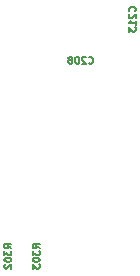
<source format=gbr>
%TF.GenerationSoftware,KiCad,Pcbnew,(7.0.0)*%
%TF.CreationDate,2023-07-06T14:26:49+03:00*%
%TF.ProjectId,IoT_Agrifarm,496f545f-4167-4726-9966-61726d2e6b69,rev?*%
%TF.SameCoordinates,Original*%
%TF.FileFunction,Legend,Bot*%
%TF.FilePolarity,Positive*%
%FSLAX46Y46*%
G04 Gerber Fmt 4.6, Leading zero omitted, Abs format (unit mm)*
G04 Created by KiCad (PCBNEW (7.0.0)) date 2023-07-06 14:26:49*
%MOMM*%
%LPD*%
G01*
G04 APERTURE LIST*
%ADD10C,0.150000*%
G04 APERTURE END LIST*
D10*
%TO.C,R302*%
X136364428Y-87720571D02*
X136078714Y-87520571D01*
X136364428Y-87377714D02*
X135764428Y-87377714D01*
X135764428Y-87377714D02*
X135764428Y-87606285D01*
X135764428Y-87606285D02*
X135793000Y-87663428D01*
X135793000Y-87663428D02*
X135821571Y-87691999D01*
X135821571Y-87691999D02*
X135878714Y-87720571D01*
X135878714Y-87720571D02*
X135964428Y-87720571D01*
X135964428Y-87720571D02*
X136021571Y-87691999D01*
X136021571Y-87691999D02*
X136050142Y-87663428D01*
X136050142Y-87663428D02*
X136078714Y-87606285D01*
X136078714Y-87606285D02*
X136078714Y-87377714D01*
X135764428Y-87920571D02*
X135764428Y-88291999D01*
X135764428Y-88291999D02*
X135993000Y-88091999D01*
X135993000Y-88091999D02*
X135993000Y-88177714D01*
X135993000Y-88177714D02*
X136021571Y-88234857D01*
X136021571Y-88234857D02*
X136050142Y-88263428D01*
X136050142Y-88263428D02*
X136107285Y-88291999D01*
X136107285Y-88291999D02*
X136250142Y-88291999D01*
X136250142Y-88291999D02*
X136307285Y-88263428D01*
X136307285Y-88263428D02*
X136335857Y-88234857D01*
X136335857Y-88234857D02*
X136364428Y-88177714D01*
X136364428Y-88177714D02*
X136364428Y-88006285D01*
X136364428Y-88006285D02*
X136335857Y-87949142D01*
X136335857Y-87949142D02*
X136307285Y-87920571D01*
X135764428Y-88663428D02*
X135764428Y-88720571D01*
X135764428Y-88720571D02*
X135793000Y-88777714D01*
X135793000Y-88777714D02*
X135821571Y-88806286D01*
X135821571Y-88806286D02*
X135878714Y-88834857D01*
X135878714Y-88834857D02*
X135993000Y-88863428D01*
X135993000Y-88863428D02*
X136135857Y-88863428D01*
X136135857Y-88863428D02*
X136250142Y-88834857D01*
X136250142Y-88834857D02*
X136307285Y-88806286D01*
X136307285Y-88806286D02*
X136335857Y-88777714D01*
X136335857Y-88777714D02*
X136364428Y-88720571D01*
X136364428Y-88720571D02*
X136364428Y-88663428D01*
X136364428Y-88663428D02*
X136335857Y-88606286D01*
X136335857Y-88606286D02*
X136307285Y-88577714D01*
X136307285Y-88577714D02*
X136250142Y-88549143D01*
X136250142Y-88549143D02*
X136135857Y-88520571D01*
X136135857Y-88520571D02*
X135993000Y-88520571D01*
X135993000Y-88520571D02*
X135878714Y-88549143D01*
X135878714Y-88549143D02*
X135821571Y-88577714D01*
X135821571Y-88577714D02*
X135793000Y-88606286D01*
X135793000Y-88606286D02*
X135764428Y-88663428D01*
X135821571Y-89092000D02*
X135793000Y-89120572D01*
X135793000Y-89120572D02*
X135764428Y-89177715D01*
X135764428Y-89177715D02*
X135764428Y-89320572D01*
X135764428Y-89320572D02*
X135793000Y-89377715D01*
X135793000Y-89377715D02*
X135821571Y-89406286D01*
X135821571Y-89406286D02*
X135878714Y-89434857D01*
X135878714Y-89434857D02*
X135935857Y-89434857D01*
X135935857Y-89434857D02*
X136021571Y-89406286D01*
X136021571Y-89406286D02*
X136364428Y-89063429D01*
X136364428Y-89063429D02*
X136364428Y-89434857D01*
%TO.C,C208*%
X142911428Y-72045285D02*
X142940000Y-72073857D01*
X142940000Y-72073857D02*
X143025714Y-72102428D01*
X143025714Y-72102428D02*
X143082857Y-72102428D01*
X143082857Y-72102428D02*
X143168571Y-72073857D01*
X143168571Y-72073857D02*
X143225714Y-72016714D01*
X143225714Y-72016714D02*
X143254285Y-71959571D01*
X143254285Y-71959571D02*
X143282857Y-71845285D01*
X143282857Y-71845285D02*
X143282857Y-71759571D01*
X143282857Y-71759571D02*
X143254285Y-71645285D01*
X143254285Y-71645285D02*
X143225714Y-71588142D01*
X143225714Y-71588142D02*
X143168571Y-71531000D01*
X143168571Y-71531000D02*
X143082857Y-71502428D01*
X143082857Y-71502428D02*
X143025714Y-71502428D01*
X143025714Y-71502428D02*
X142940000Y-71531000D01*
X142940000Y-71531000D02*
X142911428Y-71559571D01*
X142682857Y-71559571D02*
X142654285Y-71531000D01*
X142654285Y-71531000D02*
X142597143Y-71502428D01*
X142597143Y-71502428D02*
X142454285Y-71502428D01*
X142454285Y-71502428D02*
X142397143Y-71531000D01*
X142397143Y-71531000D02*
X142368571Y-71559571D01*
X142368571Y-71559571D02*
X142340000Y-71616714D01*
X142340000Y-71616714D02*
X142340000Y-71673857D01*
X142340000Y-71673857D02*
X142368571Y-71759571D01*
X142368571Y-71759571D02*
X142711428Y-72102428D01*
X142711428Y-72102428D02*
X142340000Y-72102428D01*
X141968571Y-71502428D02*
X141911428Y-71502428D01*
X141911428Y-71502428D02*
X141854285Y-71531000D01*
X141854285Y-71531000D02*
X141825714Y-71559571D01*
X141825714Y-71559571D02*
X141797142Y-71616714D01*
X141797142Y-71616714D02*
X141768571Y-71731000D01*
X141768571Y-71731000D02*
X141768571Y-71873857D01*
X141768571Y-71873857D02*
X141797142Y-71988142D01*
X141797142Y-71988142D02*
X141825714Y-72045285D01*
X141825714Y-72045285D02*
X141854285Y-72073857D01*
X141854285Y-72073857D02*
X141911428Y-72102428D01*
X141911428Y-72102428D02*
X141968571Y-72102428D01*
X141968571Y-72102428D02*
X142025714Y-72073857D01*
X142025714Y-72073857D02*
X142054285Y-72045285D01*
X142054285Y-72045285D02*
X142082856Y-71988142D01*
X142082856Y-71988142D02*
X142111428Y-71873857D01*
X142111428Y-71873857D02*
X142111428Y-71731000D01*
X142111428Y-71731000D02*
X142082856Y-71616714D01*
X142082856Y-71616714D02*
X142054285Y-71559571D01*
X142054285Y-71559571D02*
X142025714Y-71531000D01*
X142025714Y-71531000D02*
X141968571Y-71502428D01*
X141425713Y-71759571D02*
X141482856Y-71731000D01*
X141482856Y-71731000D02*
X141511427Y-71702428D01*
X141511427Y-71702428D02*
X141539999Y-71645285D01*
X141539999Y-71645285D02*
X141539999Y-71616714D01*
X141539999Y-71616714D02*
X141511427Y-71559571D01*
X141511427Y-71559571D02*
X141482856Y-71531000D01*
X141482856Y-71531000D02*
X141425713Y-71502428D01*
X141425713Y-71502428D02*
X141311427Y-71502428D01*
X141311427Y-71502428D02*
X141254285Y-71531000D01*
X141254285Y-71531000D02*
X141225713Y-71559571D01*
X141225713Y-71559571D02*
X141197142Y-71616714D01*
X141197142Y-71616714D02*
X141197142Y-71645285D01*
X141197142Y-71645285D02*
X141225713Y-71702428D01*
X141225713Y-71702428D02*
X141254285Y-71731000D01*
X141254285Y-71731000D02*
X141311427Y-71759571D01*
X141311427Y-71759571D02*
X141425713Y-71759571D01*
X141425713Y-71759571D02*
X141482856Y-71788142D01*
X141482856Y-71788142D02*
X141511427Y-71816714D01*
X141511427Y-71816714D02*
X141539999Y-71873857D01*
X141539999Y-71873857D02*
X141539999Y-71988142D01*
X141539999Y-71988142D02*
X141511427Y-72045285D01*
X141511427Y-72045285D02*
X141482856Y-72073857D01*
X141482856Y-72073857D02*
X141425713Y-72102428D01*
X141425713Y-72102428D02*
X141311427Y-72102428D01*
X141311427Y-72102428D02*
X141254285Y-72073857D01*
X141254285Y-72073857D02*
X141225713Y-72045285D01*
X141225713Y-72045285D02*
X141197142Y-71988142D01*
X141197142Y-71988142D02*
X141197142Y-71873857D01*
X141197142Y-71873857D02*
X141225713Y-71816714D01*
X141225713Y-71816714D02*
X141254285Y-71788142D01*
X141254285Y-71788142D02*
X141311427Y-71759571D01*
%TO.C,C213*%
X146848285Y-67654571D02*
X146876857Y-67625999D01*
X146876857Y-67625999D02*
X146905428Y-67540285D01*
X146905428Y-67540285D02*
X146905428Y-67483142D01*
X146905428Y-67483142D02*
X146876857Y-67397428D01*
X146876857Y-67397428D02*
X146819714Y-67340285D01*
X146819714Y-67340285D02*
X146762571Y-67311714D01*
X146762571Y-67311714D02*
X146648285Y-67283142D01*
X146648285Y-67283142D02*
X146562571Y-67283142D01*
X146562571Y-67283142D02*
X146448285Y-67311714D01*
X146448285Y-67311714D02*
X146391142Y-67340285D01*
X146391142Y-67340285D02*
X146334000Y-67397428D01*
X146334000Y-67397428D02*
X146305428Y-67483142D01*
X146305428Y-67483142D02*
X146305428Y-67540285D01*
X146305428Y-67540285D02*
X146334000Y-67625999D01*
X146334000Y-67625999D02*
X146362571Y-67654571D01*
X146362571Y-67883142D02*
X146334000Y-67911714D01*
X146334000Y-67911714D02*
X146305428Y-67968857D01*
X146305428Y-67968857D02*
X146305428Y-68111714D01*
X146305428Y-68111714D02*
X146334000Y-68168857D01*
X146334000Y-68168857D02*
X146362571Y-68197428D01*
X146362571Y-68197428D02*
X146419714Y-68225999D01*
X146419714Y-68225999D02*
X146476857Y-68225999D01*
X146476857Y-68225999D02*
X146562571Y-68197428D01*
X146562571Y-68197428D02*
X146905428Y-67854571D01*
X146905428Y-67854571D02*
X146905428Y-68225999D01*
X146905428Y-68797428D02*
X146905428Y-68454571D01*
X146905428Y-68626000D02*
X146305428Y-68626000D01*
X146305428Y-68626000D02*
X146391142Y-68568857D01*
X146391142Y-68568857D02*
X146448285Y-68511714D01*
X146448285Y-68511714D02*
X146476857Y-68454571D01*
X146305428Y-68997429D02*
X146305428Y-69368857D01*
X146305428Y-69368857D02*
X146534000Y-69168857D01*
X146534000Y-69168857D02*
X146534000Y-69254572D01*
X146534000Y-69254572D02*
X146562571Y-69311715D01*
X146562571Y-69311715D02*
X146591142Y-69340286D01*
X146591142Y-69340286D02*
X146648285Y-69368857D01*
X146648285Y-69368857D02*
X146791142Y-69368857D01*
X146791142Y-69368857D02*
X146848285Y-69340286D01*
X146848285Y-69340286D02*
X146876857Y-69311715D01*
X146876857Y-69311715D02*
X146905428Y-69254572D01*
X146905428Y-69254572D02*
X146905428Y-69083143D01*
X146905428Y-69083143D02*
X146876857Y-69026000D01*
X146876857Y-69026000D02*
X146848285Y-68997429D01*
%TO.C,R303*%
X138777428Y-87720571D02*
X138491714Y-87520571D01*
X138777428Y-87377714D02*
X138177428Y-87377714D01*
X138177428Y-87377714D02*
X138177428Y-87606285D01*
X138177428Y-87606285D02*
X138206000Y-87663428D01*
X138206000Y-87663428D02*
X138234571Y-87691999D01*
X138234571Y-87691999D02*
X138291714Y-87720571D01*
X138291714Y-87720571D02*
X138377428Y-87720571D01*
X138377428Y-87720571D02*
X138434571Y-87691999D01*
X138434571Y-87691999D02*
X138463142Y-87663428D01*
X138463142Y-87663428D02*
X138491714Y-87606285D01*
X138491714Y-87606285D02*
X138491714Y-87377714D01*
X138177428Y-87920571D02*
X138177428Y-88291999D01*
X138177428Y-88291999D02*
X138406000Y-88091999D01*
X138406000Y-88091999D02*
X138406000Y-88177714D01*
X138406000Y-88177714D02*
X138434571Y-88234857D01*
X138434571Y-88234857D02*
X138463142Y-88263428D01*
X138463142Y-88263428D02*
X138520285Y-88291999D01*
X138520285Y-88291999D02*
X138663142Y-88291999D01*
X138663142Y-88291999D02*
X138720285Y-88263428D01*
X138720285Y-88263428D02*
X138748857Y-88234857D01*
X138748857Y-88234857D02*
X138777428Y-88177714D01*
X138777428Y-88177714D02*
X138777428Y-88006285D01*
X138777428Y-88006285D02*
X138748857Y-87949142D01*
X138748857Y-87949142D02*
X138720285Y-87920571D01*
X138177428Y-88663428D02*
X138177428Y-88720571D01*
X138177428Y-88720571D02*
X138206000Y-88777714D01*
X138206000Y-88777714D02*
X138234571Y-88806286D01*
X138234571Y-88806286D02*
X138291714Y-88834857D01*
X138291714Y-88834857D02*
X138406000Y-88863428D01*
X138406000Y-88863428D02*
X138548857Y-88863428D01*
X138548857Y-88863428D02*
X138663142Y-88834857D01*
X138663142Y-88834857D02*
X138720285Y-88806286D01*
X138720285Y-88806286D02*
X138748857Y-88777714D01*
X138748857Y-88777714D02*
X138777428Y-88720571D01*
X138777428Y-88720571D02*
X138777428Y-88663428D01*
X138777428Y-88663428D02*
X138748857Y-88606286D01*
X138748857Y-88606286D02*
X138720285Y-88577714D01*
X138720285Y-88577714D02*
X138663142Y-88549143D01*
X138663142Y-88549143D02*
X138548857Y-88520571D01*
X138548857Y-88520571D02*
X138406000Y-88520571D01*
X138406000Y-88520571D02*
X138291714Y-88549143D01*
X138291714Y-88549143D02*
X138234571Y-88577714D01*
X138234571Y-88577714D02*
X138206000Y-88606286D01*
X138206000Y-88606286D02*
X138177428Y-88663428D01*
X138177428Y-89063429D02*
X138177428Y-89434857D01*
X138177428Y-89434857D02*
X138406000Y-89234857D01*
X138406000Y-89234857D02*
X138406000Y-89320572D01*
X138406000Y-89320572D02*
X138434571Y-89377715D01*
X138434571Y-89377715D02*
X138463142Y-89406286D01*
X138463142Y-89406286D02*
X138520285Y-89434857D01*
X138520285Y-89434857D02*
X138663142Y-89434857D01*
X138663142Y-89434857D02*
X138720285Y-89406286D01*
X138720285Y-89406286D02*
X138748857Y-89377715D01*
X138748857Y-89377715D02*
X138777428Y-89320572D01*
X138777428Y-89320572D02*
X138777428Y-89149143D01*
X138777428Y-89149143D02*
X138748857Y-89092000D01*
X138748857Y-89092000D02*
X138720285Y-89063429D01*
%TD*%
M02*

</source>
